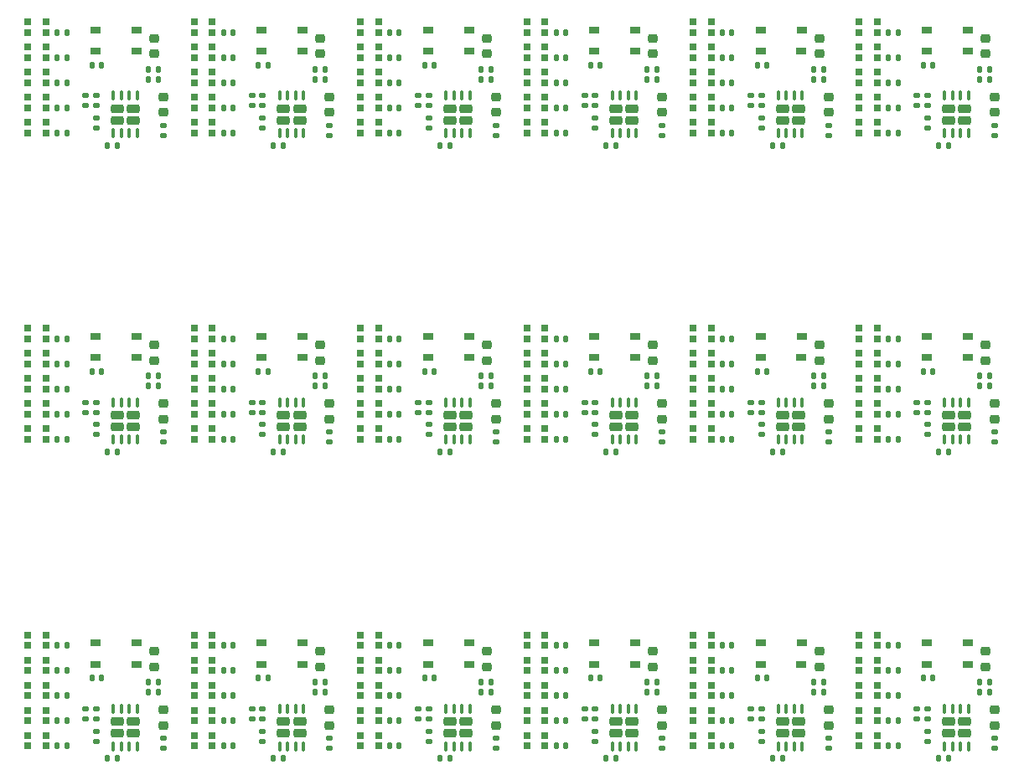
<source format=gtp>
G04 #@! TF.GenerationSoftware,KiCad,Pcbnew,6.0.11-2627ca5db0~126~ubuntu22.04.1*
G04 #@! TF.CreationDate,2023-04-06T22:24:34+02:00*
G04 #@! TF.ProjectId,panel,70616e65-6c2e-46b6-9963-61645f706362,rev?*
G04 #@! TF.SameCoordinates,Original*
G04 #@! TF.FileFunction,Paste,Top*
G04 #@! TF.FilePolarity,Positive*
%FSLAX46Y46*%
G04 Gerber Fmt 4.6, Leading zero omitted, Abs format (unit mm)*
G04 Created by KiCad (PCBNEW 6.0.11-2627ca5db0~126~ubuntu22.04.1) date 2023-04-06 22:24:34*
%MOMM*%
%LPD*%
G01*
G04 APERTURE LIST*
G04 Aperture macros list*
%AMRoundRect*
0 Rectangle with rounded corners*
0 $1 Rounding radius*
0 $2 $3 $4 $5 $6 $7 $8 $9 X,Y pos of 4 corners*
0 Add a 4 corners polygon primitive as box body*
4,1,4,$2,$3,$4,$5,$6,$7,$8,$9,$2,$3,0*
0 Add four circle primitives for the rounded corners*
1,1,$1+$1,$2,$3*
1,1,$1+$1,$4,$5*
1,1,$1+$1,$6,$7*
1,1,$1+$1,$8,$9*
0 Add four rect primitives between the rounded corners*
20,1,$1+$1,$2,$3,$4,$5,0*
20,1,$1+$1,$4,$5,$6,$7,0*
20,1,$1+$1,$6,$7,$8,$9,0*
20,1,$1+$1,$8,$9,$2,$3,0*%
G04 Aperture macros list end*
%ADD10RoundRect,0.225000X0.250000X-0.225000X0.250000X0.225000X-0.250000X0.225000X-0.250000X-0.225000X0*%
%ADD11R,1.050000X0.650000*%
%ADD12R,0.700000X0.700000*%
%ADD13RoundRect,0.135000X0.185000X-0.135000X0.185000X0.135000X-0.185000X0.135000X-0.185000X-0.135000X0*%
%ADD14RoundRect,0.218750X0.256250X-0.218750X0.256250X0.218750X-0.256250X0.218750X-0.256250X-0.218750X0*%
%ADD15RoundRect,0.140000X-0.140000X-0.170000X0.140000X-0.170000X0.140000X0.170000X-0.140000X0.170000X0*%
%ADD16RoundRect,0.232500X-0.422500X0.232500X-0.422500X-0.232500X0.422500X-0.232500X0.422500X0.232500X0*%
%ADD17RoundRect,0.087500X-0.087500X0.387500X-0.087500X-0.387500X0.087500X-0.387500X0.087500X0.387500X0*%
%ADD18RoundRect,0.135000X0.135000X0.185000X-0.135000X0.185000X-0.135000X-0.185000X0.135000X-0.185000X0*%
%ADD19RoundRect,0.140000X0.140000X0.170000X-0.140000X0.170000X-0.140000X-0.170000X0.140000X-0.170000X0*%
%ADD20RoundRect,0.135000X-0.135000X-0.185000X0.135000X-0.185000X0.135000X0.185000X-0.135000X0.185000X0*%
G04 APERTURE END LIST*
D10*
G04 #@! TO.C,C6*
X81020000Y-43740000D03*
X81020000Y-42190000D03*
G04 #@! TD*
D11*
G04 #@! TO.C,SW1*
X12045000Y-41315000D03*
X7895000Y-41315000D03*
X7895000Y-43465000D03*
X12020000Y-43465000D03*
G04 #@! TD*
D12*
G04 #@! TO.C,D5*
X1055000Y-9500000D03*
X1055000Y-10600000D03*
X2885000Y-10600000D03*
X2885000Y-9500000D03*
G04 #@! TD*
D13*
G04 #@! TO.C,R2*
X41580000Y-79990000D03*
X41580000Y-78970000D03*
G04 #@! TD*
D14*
G04 #@! TO.C,D6*
X14750000Y-80662500D03*
X14750000Y-79087500D03*
G04 #@! TD*
D15*
G04 #@! TO.C,C3*
X71220000Y-77680000D03*
X72180000Y-77680000D03*
G04 #@! TD*
D16*
G04 #@! TO.C,U1*
X26890000Y-81445000D03*
X28510000Y-81445000D03*
X26890000Y-80295000D03*
X28510000Y-80295000D03*
D17*
X28900000Y-78970000D03*
X28100000Y-78970000D03*
X27300000Y-78970000D03*
X26500000Y-78970000D03*
X26500000Y-82770000D03*
X27300000Y-82770000D03*
X28100000Y-82770000D03*
X28900000Y-82770000D03*
G04 #@! TD*
D12*
G04 #@! TO.C,D1*
X1055000Y-19660000D03*
X1055000Y-20760000D03*
X2885000Y-20760000D03*
X2885000Y-19660000D03*
G04 #@! TD*
D15*
G04 #@! TO.C,C1*
X37620000Y-51760000D03*
X38580000Y-51760000D03*
G04 #@! TD*
D12*
G04 #@! TO.C,D2*
X34655000Y-17120000D03*
X34655000Y-18220000D03*
X36485000Y-18220000D03*
X36485000Y-17120000D03*
G04 #@! TD*
G04 #@! TO.C,D4*
X1055000Y-74040000D03*
X1055000Y-75140000D03*
X2885000Y-75140000D03*
X2885000Y-74040000D03*
G04 #@! TD*
D13*
G04 #@! TO.C,R3*
X23700000Y-79990000D03*
X23700000Y-78970000D03*
G04 #@! TD*
D18*
G04 #@! TO.C,R4*
X81460000Y-45320000D03*
X80440000Y-45320000D03*
G04 #@! TD*
D19*
G04 #@! TO.C,C8*
X58900000Y-44860000D03*
X57940000Y-44860000D03*
G04 #@! TD*
D13*
G04 #@! TO.C,R6*
X14750000Y-51960000D03*
X14750000Y-50940000D03*
G04 #@! TD*
D12*
G04 #@! TO.C,D4*
X34655000Y-12040000D03*
X34655000Y-13140000D03*
X36485000Y-13140000D03*
X36485000Y-12040000D03*
G04 #@! TD*
D14*
G04 #@! TO.C,D6*
X65150000Y-49662500D03*
X65150000Y-48087500D03*
G04 #@! TD*
D10*
G04 #@! TO.C,C6*
X81020000Y-12740000D03*
X81020000Y-11190000D03*
G04 #@! TD*
D12*
G04 #@! TO.C,D1*
X68255000Y-19660000D03*
X68255000Y-20760000D03*
X70085000Y-20760000D03*
X70085000Y-19660000D03*
G04 #@! TD*
G04 #@! TO.C,D1*
X17855000Y-19660000D03*
X17855000Y-20760000D03*
X19685000Y-20760000D03*
X19685000Y-19660000D03*
G04 #@! TD*
D20*
G04 #@! TO.C,R1*
X59470000Y-21990000D03*
X60490000Y-21990000D03*
G04 #@! TD*
D15*
G04 #@! TO.C,C4*
X20820000Y-13140000D03*
X21780000Y-13140000D03*
G04 #@! TD*
G04 #@! TO.C,C4*
X37620000Y-44140000D03*
X38580000Y-44140000D03*
G04 #@! TD*
D13*
G04 #@! TO.C,R2*
X24780000Y-17990000D03*
X24780000Y-16970000D03*
G04 #@! TD*
D15*
G04 #@! TO.C,C3*
X4020000Y-15680000D03*
X4980000Y-15680000D03*
G04 #@! TD*
D13*
G04 #@! TO.C,R3*
X74100000Y-17990000D03*
X74100000Y-16970000D03*
G04 #@! TD*
D15*
G04 #@! TO.C,C1*
X71220000Y-51760000D03*
X72180000Y-51760000D03*
G04 #@! TD*
D20*
G04 #@! TO.C,R1*
X42670000Y-83990000D03*
X43690000Y-83990000D03*
G04 #@! TD*
D14*
G04 #@! TO.C,D6*
X65150000Y-18662500D03*
X65150000Y-17087500D03*
G04 #@! TD*
D15*
G04 #@! TO.C,C4*
X4020000Y-44140000D03*
X4980000Y-44140000D03*
G04 #@! TD*
D12*
G04 #@! TO.C,D5*
X68255000Y-71500000D03*
X68255000Y-72600000D03*
X70085000Y-72600000D03*
X70085000Y-71500000D03*
G04 #@! TD*
D15*
G04 #@! TO.C,C2*
X88020000Y-18220000D03*
X88980000Y-18220000D03*
G04 #@! TD*
G04 #@! TO.C,C2*
X71220000Y-49220000D03*
X72180000Y-49220000D03*
G04 #@! TD*
G04 #@! TO.C,C3*
X37620000Y-77680000D03*
X38580000Y-77680000D03*
G04 #@! TD*
D18*
G04 #@! TO.C,R4*
X31060000Y-14320000D03*
X30040000Y-14320000D03*
G04 #@! TD*
G04 #@! TO.C,R4*
X47860000Y-76320000D03*
X46840000Y-76320000D03*
G04 #@! TD*
D12*
G04 #@! TO.C,D2*
X68255000Y-48120000D03*
X68255000Y-49220000D03*
X70085000Y-49220000D03*
X70085000Y-48120000D03*
G04 #@! TD*
G04 #@! TO.C,D5*
X68255000Y-40500000D03*
X68255000Y-41600000D03*
X70085000Y-41600000D03*
X70085000Y-40500000D03*
G04 #@! TD*
G04 #@! TO.C,D5*
X68255000Y-9500000D03*
X68255000Y-10600000D03*
X70085000Y-10600000D03*
X70085000Y-9500000D03*
G04 #@! TD*
D11*
G04 #@! TO.C,SW1*
X12045000Y-72315000D03*
X7895000Y-72315000D03*
X7895000Y-74465000D03*
X12020000Y-74465000D03*
G04 #@! TD*
D13*
G04 #@! TO.C,R6*
X81950000Y-20960000D03*
X81950000Y-19940000D03*
G04 #@! TD*
D12*
G04 #@! TO.C,D3*
X1055000Y-14580000D03*
X1055000Y-15680000D03*
X2885000Y-15680000D03*
X2885000Y-14580000D03*
G04 #@! TD*
G04 #@! TO.C,D4*
X17855000Y-43040000D03*
X17855000Y-44140000D03*
X19685000Y-44140000D03*
X19685000Y-43040000D03*
G04 #@! TD*
D15*
G04 #@! TO.C,C2*
X54420000Y-49220000D03*
X55380000Y-49220000D03*
G04 #@! TD*
G04 #@! TO.C,C4*
X88020000Y-13140000D03*
X88980000Y-13140000D03*
G04 #@! TD*
D18*
G04 #@! TO.C,R5*
X64660000Y-46325000D03*
X63640000Y-46325000D03*
G04 #@! TD*
G04 #@! TO.C,R5*
X31060000Y-77325000D03*
X30040000Y-77325000D03*
G04 #@! TD*
D15*
G04 #@! TO.C,C4*
X71220000Y-75140000D03*
X72180000Y-75140000D03*
G04 #@! TD*
D10*
G04 #@! TO.C,C6*
X81020000Y-74740000D03*
X81020000Y-73190000D03*
G04 #@! TD*
D13*
G04 #@! TO.C,R7*
X58380000Y-51260000D03*
X58380000Y-50240000D03*
G04 #@! TD*
D11*
G04 #@! TO.C,SW1*
X91895000Y-41315000D03*
X96045000Y-41315000D03*
X96020000Y-43465000D03*
X91895000Y-43465000D03*
G04 #@! TD*
D12*
G04 #@! TO.C,D4*
X17855000Y-74040000D03*
X17855000Y-75140000D03*
X19685000Y-75140000D03*
X19685000Y-74040000D03*
G04 #@! TD*
G04 #@! TO.C,D4*
X85055000Y-43040000D03*
X85055000Y-44140000D03*
X86885000Y-44140000D03*
X86885000Y-43040000D03*
G04 #@! TD*
D13*
G04 #@! TO.C,R6*
X48350000Y-82960000D03*
X48350000Y-81940000D03*
G04 #@! TD*
G04 #@! TO.C,R6*
X31550000Y-20960000D03*
X31550000Y-19940000D03*
G04 #@! TD*
D15*
G04 #@! TO.C,C5*
X37620000Y-41600000D03*
X38580000Y-41600000D03*
G04 #@! TD*
D18*
G04 #@! TO.C,R5*
X14260000Y-77325000D03*
X13240000Y-77325000D03*
G04 #@! TD*
D15*
G04 #@! TO.C,C1*
X37620000Y-20760000D03*
X38580000Y-20760000D03*
G04 #@! TD*
D13*
G04 #@! TO.C,R7*
X41580000Y-20260000D03*
X41580000Y-19240000D03*
G04 #@! TD*
G04 #@! TO.C,R2*
X75180000Y-48990000D03*
X75180000Y-47970000D03*
G04 #@! TD*
D14*
G04 #@! TO.C,D6*
X14750000Y-49662500D03*
X14750000Y-48087500D03*
G04 #@! TD*
D13*
G04 #@! TO.C,R3*
X6900000Y-48990000D03*
X6900000Y-47970000D03*
G04 #@! TD*
D15*
G04 #@! TO.C,C3*
X37620000Y-46680000D03*
X38580000Y-46680000D03*
G04 #@! TD*
D11*
G04 #@! TO.C,SW1*
X62445000Y-41315000D03*
X58295000Y-41315000D03*
X58295000Y-43465000D03*
X62420000Y-43465000D03*
G04 #@! TD*
D13*
G04 #@! TO.C,R7*
X24780000Y-82260000D03*
X24780000Y-81240000D03*
G04 #@! TD*
D19*
G04 #@! TO.C,C8*
X58900000Y-75860000D03*
X57940000Y-75860000D03*
G04 #@! TD*
D13*
G04 #@! TO.C,R7*
X41580000Y-82260000D03*
X41580000Y-81240000D03*
G04 #@! TD*
D18*
G04 #@! TO.C,R5*
X31060000Y-15325000D03*
X30040000Y-15325000D03*
G04 #@! TD*
D12*
G04 #@! TO.C,D5*
X51455000Y-9500000D03*
X51455000Y-10600000D03*
X53285000Y-10600000D03*
X53285000Y-9500000D03*
G04 #@! TD*
D15*
G04 #@! TO.C,C5*
X20820000Y-72600000D03*
X21780000Y-72600000D03*
G04 #@! TD*
D14*
G04 #@! TO.C,D6*
X48350000Y-49662500D03*
X48350000Y-48087500D03*
G04 #@! TD*
D15*
G04 #@! TO.C,C1*
X54420000Y-20760000D03*
X55380000Y-20760000D03*
G04 #@! TD*
G04 #@! TO.C,C3*
X20820000Y-77680000D03*
X21780000Y-77680000D03*
G04 #@! TD*
D13*
G04 #@! TO.C,R6*
X81950000Y-82960000D03*
X81950000Y-81940000D03*
G04 #@! TD*
D12*
G04 #@! TO.C,D2*
X51455000Y-17120000D03*
X51455000Y-18220000D03*
X53285000Y-18220000D03*
X53285000Y-17120000D03*
G04 #@! TD*
D14*
G04 #@! TO.C,D6*
X31550000Y-49662500D03*
X31550000Y-48087500D03*
G04 #@! TD*
D18*
G04 #@! TO.C,R5*
X81460000Y-77325000D03*
X80440000Y-77325000D03*
G04 #@! TD*
D20*
G04 #@! TO.C,R1*
X42670000Y-52990000D03*
X43690000Y-52990000D03*
G04 #@! TD*
D13*
G04 #@! TO.C,R7*
X75180000Y-20260000D03*
X75180000Y-19240000D03*
G04 #@! TD*
D12*
G04 #@! TO.C,D4*
X68255000Y-12040000D03*
X68255000Y-13140000D03*
X70085000Y-13140000D03*
X70085000Y-12040000D03*
G04 #@! TD*
D15*
G04 #@! TO.C,C1*
X54420000Y-51760000D03*
X55380000Y-51760000D03*
G04 #@! TD*
D13*
G04 #@! TO.C,R7*
X24780000Y-51260000D03*
X24780000Y-50240000D03*
G04 #@! TD*
D12*
G04 #@! TO.C,D5*
X85055000Y-71500000D03*
X85055000Y-72600000D03*
X86885000Y-72600000D03*
X86885000Y-71500000D03*
G04 #@! TD*
G04 #@! TO.C,D3*
X68255000Y-14580000D03*
X68255000Y-15680000D03*
X70085000Y-15680000D03*
X70085000Y-14580000D03*
G04 #@! TD*
D13*
G04 #@! TO.C,R2*
X58380000Y-17990000D03*
X58380000Y-16970000D03*
G04 #@! TD*
D19*
G04 #@! TO.C,C8*
X25300000Y-13860000D03*
X24340000Y-13860000D03*
G04 #@! TD*
D12*
G04 #@! TO.C,D3*
X51455000Y-45580000D03*
X51455000Y-46680000D03*
X53285000Y-46680000D03*
X53285000Y-45580000D03*
G04 #@! TD*
D13*
G04 #@! TO.C,R3*
X57300000Y-79990000D03*
X57300000Y-78970000D03*
G04 #@! TD*
G04 #@! TO.C,R3*
X23700000Y-48990000D03*
X23700000Y-47970000D03*
G04 #@! TD*
G04 #@! TO.C,R7*
X58380000Y-82260000D03*
X58380000Y-81240000D03*
G04 #@! TD*
D18*
G04 #@! TO.C,R4*
X31060000Y-45320000D03*
X30040000Y-45320000D03*
G04 #@! TD*
D20*
G04 #@! TO.C,R1*
X93070000Y-52990000D03*
X94090000Y-52990000D03*
G04 #@! TD*
D15*
G04 #@! TO.C,C4*
X20820000Y-75140000D03*
X21780000Y-75140000D03*
G04 #@! TD*
D10*
G04 #@! TO.C,C6*
X13820000Y-74740000D03*
X13820000Y-73190000D03*
G04 #@! TD*
D12*
G04 #@! TO.C,D4*
X51455000Y-12040000D03*
X51455000Y-13140000D03*
X53285000Y-13140000D03*
X53285000Y-12040000D03*
G04 #@! TD*
D13*
G04 #@! TO.C,R3*
X74100000Y-48990000D03*
X74100000Y-47970000D03*
G04 #@! TD*
D18*
G04 #@! TO.C,R4*
X64660000Y-45320000D03*
X63640000Y-45320000D03*
G04 #@! TD*
D15*
G04 #@! TO.C,C2*
X20820000Y-80220000D03*
X21780000Y-80220000D03*
G04 #@! TD*
D13*
G04 #@! TO.C,R2*
X75180000Y-79990000D03*
X75180000Y-78970000D03*
G04 #@! TD*
D12*
G04 #@! TO.C,D3*
X17855000Y-14580000D03*
X17855000Y-15680000D03*
X19685000Y-15680000D03*
X19685000Y-14580000D03*
G04 #@! TD*
G04 #@! TO.C,D3*
X51455000Y-14580000D03*
X51455000Y-15680000D03*
X53285000Y-15680000D03*
X53285000Y-14580000D03*
G04 #@! TD*
D15*
G04 #@! TO.C,C2*
X71220000Y-18220000D03*
X72180000Y-18220000D03*
G04 #@! TD*
D18*
G04 #@! TO.C,R5*
X64660000Y-77325000D03*
X63640000Y-77325000D03*
G04 #@! TD*
D15*
G04 #@! TO.C,C5*
X71220000Y-72600000D03*
X72180000Y-72600000D03*
G04 #@! TD*
D12*
G04 #@! TO.C,D2*
X51455000Y-79120000D03*
X51455000Y-80220000D03*
X53285000Y-80220000D03*
X53285000Y-79120000D03*
G04 #@! TD*
D10*
G04 #@! TO.C,C6*
X97820000Y-74740000D03*
X97820000Y-73190000D03*
G04 #@! TD*
D15*
G04 #@! TO.C,C5*
X4020000Y-41600000D03*
X4980000Y-41600000D03*
G04 #@! TD*
D12*
G04 #@! TO.C,D3*
X68255000Y-45580000D03*
X68255000Y-46680000D03*
X70085000Y-46680000D03*
X70085000Y-45580000D03*
G04 #@! TD*
D16*
G04 #@! TO.C,U1*
X45310000Y-50445000D03*
X43690000Y-50445000D03*
X43690000Y-49295000D03*
X45310000Y-49295000D03*
D17*
X45700000Y-47970000D03*
X44900000Y-47970000D03*
X44100000Y-47970000D03*
X43300000Y-47970000D03*
X43300000Y-51770000D03*
X44100000Y-51770000D03*
X44900000Y-51770000D03*
X45700000Y-51770000D03*
G04 #@! TD*
D15*
G04 #@! TO.C,C1*
X88020000Y-82760000D03*
X88980000Y-82760000D03*
G04 #@! TD*
G04 #@! TO.C,C1*
X88020000Y-51760000D03*
X88980000Y-51760000D03*
G04 #@! TD*
D18*
G04 #@! TO.C,R4*
X64660000Y-14320000D03*
X63640000Y-14320000D03*
G04 #@! TD*
D20*
G04 #@! TO.C,R1*
X9070000Y-21990000D03*
X10090000Y-21990000D03*
G04 #@! TD*
D15*
G04 #@! TO.C,C2*
X54420000Y-80220000D03*
X55380000Y-80220000D03*
G04 #@! TD*
G04 #@! TO.C,C5*
X4020000Y-72600000D03*
X4980000Y-72600000D03*
G04 #@! TD*
D12*
G04 #@! TO.C,D3*
X34655000Y-14580000D03*
X34655000Y-15680000D03*
X36485000Y-15680000D03*
X36485000Y-14580000D03*
G04 #@! TD*
D11*
G04 #@! TO.C,SW1*
X45645000Y-72315000D03*
X41495000Y-72315000D03*
X41495000Y-74465000D03*
X45620000Y-74465000D03*
G04 #@! TD*
D12*
G04 #@! TO.C,D1*
X68255000Y-50660000D03*
X68255000Y-51760000D03*
X70085000Y-51760000D03*
X70085000Y-50660000D03*
G04 #@! TD*
D15*
G04 #@! TO.C,C4*
X4020000Y-13140000D03*
X4980000Y-13140000D03*
G04 #@! TD*
D20*
G04 #@! TO.C,R1*
X42670000Y-21990000D03*
X43690000Y-21990000D03*
G04 #@! TD*
D15*
G04 #@! TO.C,C4*
X20820000Y-44140000D03*
X21780000Y-44140000D03*
G04 #@! TD*
D18*
G04 #@! TO.C,R4*
X98260000Y-14320000D03*
X97240000Y-14320000D03*
G04 #@! TD*
D12*
G04 #@! TO.C,D4*
X68255000Y-74040000D03*
X68255000Y-75140000D03*
X70085000Y-75140000D03*
X70085000Y-74040000D03*
G04 #@! TD*
D11*
G04 #@! TO.C,SW1*
X96045000Y-72315000D03*
X91895000Y-72315000D03*
X96020000Y-74465000D03*
X91895000Y-74465000D03*
G04 #@! TD*
D15*
G04 #@! TO.C,C4*
X37620000Y-75140000D03*
X38580000Y-75140000D03*
G04 #@! TD*
G04 #@! TO.C,C4*
X54420000Y-13140000D03*
X55380000Y-13140000D03*
G04 #@! TD*
D14*
G04 #@! TO.C,D6*
X81950000Y-80662500D03*
X81950000Y-79087500D03*
G04 #@! TD*
D19*
G04 #@! TO.C,C8*
X25300000Y-75860000D03*
X24340000Y-75860000D03*
G04 #@! TD*
D10*
G04 #@! TO.C,C6*
X30620000Y-74740000D03*
X30620000Y-73190000D03*
G04 #@! TD*
D11*
G04 #@! TO.C,SW1*
X96045000Y-10315000D03*
X91895000Y-10315000D03*
X91895000Y-12465000D03*
X96020000Y-12465000D03*
G04 #@! TD*
D18*
G04 #@! TO.C,R4*
X14260000Y-14320000D03*
X13240000Y-14320000D03*
G04 #@! TD*
D12*
G04 #@! TO.C,D3*
X34655000Y-76580000D03*
X34655000Y-77680000D03*
X36485000Y-77680000D03*
X36485000Y-76580000D03*
G04 #@! TD*
D16*
G04 #@! TO.C,U1*
X10090000Y-81445000D03*
X10090000Y-80295000D03*
X11710000Y-80295000D03*
X11710000Y-81445000D03*
D17*
X12100000Y-78970000D03*
X11300000Y-78970000D03*
X10500000Y-78970000D03*
X9700000Y-78970000D03*
X9700000Y-82770000D03*
X10500000Y-82770000D03*
X11300000Y-82770000D03*
X12100000Y-82770000D03*
G04 #@! TD*
D12*
G04 #@! TO.C,D5*
X34655000Y-40500000D03*
X34655000Y-41600000D03*
X36485000Y-41600000D03*
X36485000Y-40500000D03*
G04 #@! TD*
D13*
G04 #@! TO.C,R3*
X23700000Y-17990000D03*
X23700000Y-16970000D03*
G04 #@! TD*
G04 #@! TO.C,R6*
X98750000Y-20960000D03*
X98750000Y-19940000D03*
G04 #@! TD*
D20*
G04 #@! TO.C,R1*
X76270000Y-21990000D03*
X77290000Y-21990000D03*
G04 #@! TD*
D18*
G04 #@! TO.C,R4*
X14260000Y-45320000D03*
X13240000Y-45320000D03*
G04 #@! TD*
D13*
G04 #@! TO.C,R2*
X91980000Y-79990000D03*
X91980000Y-78970000D03*
G04 #@! TD*
D12*
G04 #@! TO.C,D3*
X85055000Y-14580000D03*
X85055000Y-15680000D03*
X86885000Y-15680000D03*
X86885000Y-14580000D03*
G04 #@! TD*
D15*
G04 #@! TO.C,C2*
X88020000Y-49220000D03*
X88980000Y-49220000D03*
G04 #@! TD*
D12*
G04 #@! TO.C,D3*
X17855000Y-45580000D03*
X17855000Y-46680000D03*
X19685000Y-46680000D03*
X19685000Y-45580000D03*
G04 #@! TD*
D16*
G04 #@! TO.C,U1*
X62110000Y-81445000D03*
X60490000Y-80295000D03*
X60490000Y-81445000D03*
X62110000Y-80295000D03*
D17*
X62500000Y-78970000D03*
X61700000Y-78970000D03*
X60900000Y-78970000D03*
X60100000Y-78970000D03*
X60100000Y-82770000D03*
X60900000Y-82770000D03*
X61700000Y-82770000D03*
X62500000Y-82770000D03*
G04 #@! TD*
D11*
G04 #@! TO.C,SW1*
X79245000Y-41315000D03*
X75095000Y-41315000D03*
X75095000Y-43465000D03*
X79220000Y-43465000D03*
G04 #@! TD*
D13*
G04 #@! TO.C,R6*
X98750000Y-82960000D03*
X98750000Y-81940000D03*
G04 #@! TD*
D10*
G04 #@! TO.C,C6*
X64220000Y-43740000D03*
X64220000Y-42190000D03*
G04 #@! TD*
G04 #@! TO.C,C6*
X97820000Y-43740000D03*
X97820000Y-42190000D03*
G04 #@! TD*
D15*
G04 #@! TO.C,C3*
X54420000Y-77680000D03*
X55380000Y-77680000D03*
G04 #@! TD*
D13*
G04 #@! TO.C,R6*
X14750000Y-82960000D03*
X14750000Y-81940000D03*
G04 #@! TD*
D19*
G04 #@! TO.C,C8*
X25300000Y-44860000D03*
X24340000Y-44860000D03*
G04 #@! TD*
D12*
G04 #@! TO.C,D1*
X85055000Y-81660000D03*
X85055000Y-82760000D03*
X86885000Y-82760000D03*
X86885000Y-81660000D03*
G04 #@! TD*
D15*
G04 #@! TO.C,C1*
X20820000Y-51760000D03*
X21780000Y-51760000D03*
G04 #@! TD*
G04 #@! TO.C,C2*
X20820000Y-49220000D03*
X21780000Y-49220000D03*
G04 #@! TD*
G04 #@! TO.C,C3*
X71220000Y-15680000D03*
X72180000Y-15680000D03*
G04 #@! TD*
D13*
G04 #@! TO.C,R3*
X90900000Y-17990000D03*
X90900000Y-16970000D03*
G04 #@! TD*
G04 #@! TO.C,R7*
X75180000Y-51260000D03*
X75180000Y-50240000D03*
G04 #@! TD*
D12*
G04 #@! TO.C,D3*
X85055000Y-45580000D03*
X85055000Y-46680000D03*
X86885000Y-46680000D03*
X86885000Y-45580000D03*
G04 #@! TD*
D13*
G04 #@! TO.C,R6*
X65150000Y-82960000D03*
X65150000Y-81940000D03*
G04 #@! TD*
G04 #@! TO.C,R2*
X58380000Y-48990000D03*
X58380000Y-47970000D03*
G04 #@! TD*
D15*
G04 #@! TO.C,C3*
X4020000Y-77680000D03*
X4980000Y-77680000D03*
G04 #@! TD*
D10*
G04 #@! TO.C,C6*
X30620000Y-43740000D03*
X30620000Y-42190000D03*
G04 #@! TD*
D13*
G04 #@! TO.C,R3*
X40500000Y-79990000D03*
X40500000Y-78970000D03*
G04 #@! TD*
D12*
G04 #@! TO.C,D2*
X17855000Y-17120000D03*
X17855000Y-18220000D03*
X19685000Y-18220000D03*
X19685000Y-17120000D03*
G04 #@! TD*
D19*
G04 #@! TO.C,C8*
X75700000Y-75860000D03*
X74740000Y-75860000D03*
G04 #@! TD*
D15*
G04 #@! TO.C,C2*
X37620000Y-80220000D03*
X38580000Y-80220000D03*
G04 #@! TD*
D18*
G04 #@! TO.C,R4*
X98260000Y-45320000D03*
X97240000Y-45320000D03*
G04 #@! TD*
D16*
G04 #@! TO.C,U1*
X11710000Y-50445000D03*
X10090000Y-49295000D03*
X10090000Y-50445000D03*
X11710000Y-49295000D03*
D17*
X12100000Y-47970000D03*
X11300000Y-47970000D03*
X10500000Y-47970000D03*
X9700000Y-47970000D03*
X9700000Y-51770000D03*
X10500000Y-51770000D03*
X11300000Y-51770000D03*
X12100000Y-51770000D03*
G04 #@! TD*
D10*
G04 #@! TO.C,C6*
X47420000Y-74740000D03*
X47420000Y-73190000D03*
G04 #@! TD*
D15*
G04 #@! TO.C,C4*
X37620000Y-13140000D03*
X38580000Y-13140000D03*
G04 #@! TD*
G04 #@! TO.C,C4*
X54420000Y-75140000D03*
X55380000Y-75140000D03*
G04 #@! TD*
G04 #@! TO.C,C3*
X54420000Y-15680000D03*
X55380000Y-15680000D03*
G04 #@! TD*
G04 #@! TO.C,C1*
X20820000Y-20760000D03*
X21780000Y-20760000D03*
G04 #@! TD*
D16*
G04 #@! TO.C,U1*
X77290000Y-50445000D03*
X78910000Y-50445000D03*
X78910000Y-49295000D03*
X77290000Y-49295000D03*
D17*
X79300000Y-47970000D03*
X78500000Y-47970000D03*
X77700000Y-47970000D03*
X76900000Y-47970000D03*
X76900000Y-51770000D03*
X77700000Y-51770000D03*
X78500000Y-51770000D03*
X79300000Y-51770000D03*
G04 #@! TD*
D12*
G04 #@! TO.C,D1*
X85055000Y-19660000D03*
X85055000Y-20760000D03*
X86885000Y-20760000D03*
X86885000Y-19660000D03*
G04 #@! TD*
D13*
G04 #@! TO.C,R7*
X91980000Y-82260000D03*
X91980000Y-81240000D03*
G04 #@! TD*
D12*
G04 #@! TO.C,D4*
X85055000Y-12040000D03*
X85055000Y-13140000D03*
X86885000Y-13140000D03*
X86885000Y-12040000D03*
G04 #@! TD*
D18*
G04 #@! TO.C,R5*
X14260000Y-15325000D03*
X13240000Y-15325000D03*
G04 #@! TD*
D19*
G04 #@! TO.C,C8*
X8500000Y-75860000D03*
X7540000Y-75860000D03*
G04 #@! TD*
D12*
G04 #@! TO.C,D5*
X1055000Y-40500000D03*
X1055000Y-41600000D03*
X2885000Y-41600000D03*
X2885000Y-40500000D03*
G04 #@! TD*
G04 #@! TO.C,D2*
X85055000Y-17120000D03*
X85055000Y-18220000D03*
X86885000Y-18220000D03*
X86885000Y-17120000D03*
G04 #@! TD*
D15*
G04 #@! TO.C,C1*
X20820000Y-82760000D03*
X21780000Y-82760000D03*
G04 #@! TD*
D13*
G04 #@! TO.C,R3*
X57300000Y-17990000D03*
X57300000Y-16970000D03*
G04 #@! TD*
D19*
G04 #@! TO.C,C8*
X42100000Y-13860000D03*
X41140000Y-13860000D03*
G04 #@! TD*
D15*
G04 #@! TO.C,C1*
X4020000Y-51760000D03*
X4980000Y-51760000D03*
G04 #@! TD*
D18*
G04 #@! TO.C,R5*
X81460000Y-15325000D03*
X80440000Y-15325000D03*
G04 #@! TD*
D10*
G04 #@! TO.C,C6*
X47420000Y-43740000D03*
X47420000Y-42190000D03*
G04 #@! TD*
D14*
G04 #@! TO.C,D6*
X81950000Y-49662500D03*
X81950000Y-48087500D03*
G04 #@! TD*
G04 #@! TO.C,D6*
X98750000Y-49662500D03*
X98750000Y-48087500D03*
G04 #@! TD*
D19*
G04 #@! TO.C,C8*
X75700000Y-13860000D03*
X74740000Y-13860000D03*
G04 #@! TD*
D12*
G04 #@! TO.C,D4*
X68255000Y-43040000D03*
X68255000Y-44140000D03*
X70085000Y-44140000D03*
X70085000Y-43040000D03*
G04 #@! TD*
G04 #@! TO.C,D5*
X85055000Y-9500000D03*
X85055000Y-10600000D03*
X86885000Y-10600000D03*
X86885000Y-9500000D03*
G04 #@! TD*
D13*
G04 #@! TO.C,R2*
X24780000Y-79990000D03*
X24780000Y-78970000D03*
G04 #@! TD*
G04 #@! TO.C,R7*
X58380000Y-20260000D03*
X58380000Y-19240000D03*
G04 #@! TD*
D15*
G04 #@! TO.C,C5*
X54420000Y-41600000D03*
X55380000Y-41600000D03*
G04 #@! TD*
D13*
G04 #@! TO.C,R7*
X91980000Y-20260000D03*
X91980000Y-19240000D03*
G04 #@! TD*
G04 #@! TO.C,R2*
X7980000Y-48990000D03*
X7980000Y-47970000D03*
G04 #@! TD*
G04 #@! TO.C,R6*
X65150000Y-20960000D03*
X65150000Y-19940000D03*
G04 #@! TD*
D10*
G04 #@! TO.C,C6*
X64220000Y-12740000D03*
X64220000Y-11190000D03*
G04 #@! TD*
D12*
G04 #@! TO.C,D2*
X34655000Y-48120000D03*
X34655000Y-49220000D03*
X36485000Y-49220000D03*
X36485000Y-48120000D03*
G04 #@! TD*
D15*
G04 #@! TO.C,C5*
X54420000Y-10600000D03*
X55380000Y-10600000D03*
G04 #@! TD*
D13*
G04 #@! TO.C,R2*
X91980000Y-48990000D03*
X91980000Y-47970000D03*
G04 #@! TD*
G04 #@! TO.C,R6*
X48350000Y-20960000D03*
X48350000Y-19940000D03*
G04 #@! TD*
D12*
G04 #@! TO.C,D4*
X51455000Y-43040000D03*
X51455000Y-44140000D03*
X53285000Y-44140000D03*
X53285000Y-43040000D03*
G04 #@! TD*
D14*
G04 #@! TO.C,D6*
X65150000Y-80662500D03*
X65150000Y-79087500D03*
G04 #@! TD*
D16*
G04 #@! TO.C,U1*
X45310000Y-19445000D03*
X43690000Y-19445000D03*
X45310000Y-18295000D03*
X43690000Y-18295000D03*
D17*
X45700000Y-16970000D03*
X44900000Y-16970000D03*
X44100000Y-16970000D03*
X43300000Y-16970000D03*
X43300000Y-20770000D03*
X44100000Y-20770000D03*
X44900000Y-20770000D03*
X45700000Y-20770000D03*
G04 #@! TD*
D15*
G04 #@! TO.C,C5*
X71220000Y-41600000D03*
X72180000Y-41600000D03*
G04 #@! TD*
D11*
G04 #@! TO.C,SW1*
X41495000Y-41315000D03*
X45645000Y-41315000D03*
X45620000Y-43465000D03*
X41495000Y-43465000D03*
G04 #@! TD*
D15*
G04 #@! TO.C,C5*
X71220000Y-10600000D03*
X72180000Y-10600000D03*
G04 #@! TD*
G04 #@! TO.C,C4*
X71220000Y-44140000D03*
X72180000Y-44140000D03*
G04 #@! TD*
D13*
G04 #@! TO.C,R2*
X7980000Y-79990000D03*
X7980000Y-78970000D03*
G04 #@! TD*
D12*
G04 #@! TO.C,D5*
X51455000Y-40500000D03*
X51455000Y-41600000D03*
X53285000Y-41600000D03*
X53285000Y-40500000D03*
G04 #@! TD*
D20*
G04 #@! TO.C,R1*
X25870000Y-21990000D03*
X26890000Y-21990000D03*
G04 #@! TD*
D13*
G04 #@! TO.C,R3*
X40500000Y-48990000D03*
X40500000Y-47970000D03*
G04 #@! TD*
D15*
G04 #@! TO.C,C5*
X37620000Y-10600000D03*
X38580000Y-10600000D03*
G04 #@! TD*
G04 #@! TO.C,C5*
X37620000Y-72600000D03*
X38580000Y-72600000D03*
G04 #@! TD*
G04 #@! TO.C,C2*
X4020000Y-80220000D03*
X4980000Y-80220000D03*
G04 #@! TD*
D13*
G04 #@! TO.C,R7*
X24780000Y-20260000D03*
X24780000Y-19240000D03*
G04 #@! TD*
D12*
G04 #@! TO.C,D3*
X34655000Y-45580000D03*
X34655000Y-46680000D03*
X36485000Y-46680000D03*
X36485000Y-45580000D03*
G04 #@! TD*
D15*
G04 #@! TO.C,C2*
X37620000Y-18220000D03*
X38580000Y-18220000D03*
G04 #@! TD*
D12*
G04 #@! TO.C,D1*
X51455000Y-81660000D03*
X51455000Y-82760000D03*
X53285000Y-82760000D03*
X53285000Y-81660000D03*
G04 #@! TD*
G04 #@! TO.C,D5*
X17855000Y-71500000D03*
X17855000Y-72600000D03*
X19685000Y-72600000D03*
X19685000Y-71500000D03*
G04 #@! TD*
G04 #@! TO.C,D3*
X85055000Y-76580000D03*
X85055000Y-77680000D03*
X86885000Y-77680000D03*
X86885000Y-76580000D03*
G04 #@! TD*
G04 #@! TO.C,D3*
X1055000Y-76580000D03*
X1055000Y-77680000D03*
X2885000Y-77680000D03*
X2885000Y-76580000D03*
G04 #@! TD*
D11*
G04 #@! TO.C,SW1*
X28845000Y-41315000D03*
X24695000Y-41315000D03*
X28820000Y-43465000D03*
X24695000Y-43465000D03*
G04 #@! TD*
D20*
G04 #@! TO.C,R1*
X25870000Y-83990000D03*
X26890000Y-83990000D03*
G04 #@! TD*
D11*
G04 #@! TO.C,SW1*
X75095000Y-10315000D03*
X79245000Y-10315000D03*
X79220000Y-12465000D03*
X75095000Y-12465000D03*
G04 #@! TD*
D12*
G04 #@! TO.C,D4*
X1055000Y-43040000D03*
X1055000Y-44140000D03*
X2885000Y-44140000D03*
X2885000Y-43040000D03*
G04 #@! TD*
D16*
G04 #@! TO.C,U1*
X94090000Y-18295000D03*
X95710000Y-18295000D03*
X95710000Y-19445000D03*
X94090000Y-19445000D03*
D17*
X96100000Y-16970000D03*
X95300000Y-16970000D03*
X94500000Y-16970000D03*
X93700000Y-16970000D03*
X93700000Y-20770000D03*
X94500000Y-20770000D03*
X95300000Y-20770000D03*
X96100000Y-20770000D03*
G04 #@! TD*
D15*
G04 #@! TO.C,C5*
X88020000Y-10600000D03*
X88980000Y-10600000D03*
G04 #@! TD*
D18*
G04 #@! TO.C,R4*
X47860000Y-14320000D03*
X46840000Y-14320000D03*
G04 #@! TD*
D14*
G04 #@! TO.C,D6*
X98750000Y-80662500D03*
X98750000Y-79087500D03*
G04 #@! TD*
D11*
G04 #@! TO.C,SW1*
X12045000Y-10315000D03*
X7895000Y-10315000D03*
X12020000Y-12465000D03*
X7895000Y-12465000D03*
G04 #@! TD*
D15*
G04 #@! TO.C,C1*
X37620000Y-82760000D03*
X38580000Y-82760000D03*
G04 #@! TD*
D12*
G04 #@! TO.C,D1*
X51455000Y-50660000D03*
X51455000Y-51760000D03*
X53285000Y-51760000D03*
X53285000Y-50660000D03*
G04 #@! TD*
D16*
G04 #@! TO.C,U1*
X26890000Y-49295000D03*
X28510000Y-50445000D03*
X28510000Y-49295000D03*
X26890000Y-50445000D03*
D17*
X28900000Y-47970000D03*
X28100000Y-47970000D03*
X27300000Y-47970000D03*
X26500000Y-47970000D03*
X26500000Y-51770000D03*
X27300000Y-51770000D03*
X28100000Y-51770000D03*
X28900000Y-51770000D03*
G04 #@! TD*
D12*
G04 #@! TO.C,D1*
X34655000Y-81660000D03*
X34655000Y-82760000D03*
X36485000Y-82760000D03*
X36485000Y-81660000D03*
G04 #@! TD*
D15*
G04 #@! TO.C,C1*
X88020000Y-20760000D03*
X88980000Y-20760000D03*
G04 #@! TD*
D18*
G04 #@! TO.C,R5*
X47860000Y-46325000D03*
X46840000Y-46325000D03*
G04 #@! TD*
D16*
G04 #@! TO.C,U1*
X95710000Y-81445000D03*
X94090000Y-80295000D03*
X95710000Y-80295000D03*
X94090000Y-81445000D03*
D17*
X96100000Y-78970000D03*
X95300000Y-78970000D03*
X94500000Y-78970000D03*
X93700000Y-78970000D03*
X93700000Y-82770000D03*
X94500000Y-82770000D03*
X95300000Y-82770000D03*
X96100000Y-82770000D03*
G04 #@! TD*
D18*
G04 #@! TO.C,R5*
X31060000Y-46325000D03*
X30040000Y-46325000D03*
G04 #@! TD*
D20*
G04 #@! TO.C,R1*
X9070000Y-83990000D03*
X10090000Y-83990000D03*
G04 #@! TD*
D19*
G04 #@! TO.C,C8*
X92500000Y-75860000D03*
X91540000Y-75860000D03*
G04 #@! TD*
G04 #@! TO.C,C8*
X92500000Y-13860000D03*
X91540000Y-13860000D03*
G04 #@! TD*
D12*
G04 #@! TO.C,D2*
X1055000Y-79120000D03*
X1055000Y-80220000D03*
X2885000Y-80220000D03*
X2885000Y-79120000D03*
G04 #@! TD*
D13*
G04 #@! TO.C,R3*
X6900000Y-17990000D03*
X6900000Y-16970000D03*
G04 #@! TD*
D15*
G04 #@! TO.C,C4*
X71220000Y-13140000D03*
X72180000Y-13140000D03*
G04 #@! TD*
D13*
G04 #@! TO.C,R2*
X24780000Y-48990000D03*
X24780000Y-47970000D03*
G04 #@! TD*
G04 #@! TO.C,R7*
X75180000Y-82260000D03*
X75180000Y-81240000D03*
G04 #@! TD*
D11*
G04 #@! TO.C,SW1*
X58295000Y-72315000D03*
X62445000Y-72315000D03*
X62420000Y-74465000D03*
X58295000Y-74465000D03*
G04 #@! TD*
D18*
G04 #@! TO.C,R4*
X81460000Y-14320000D03*
X80440000Y-14320000D03*
G04 #@! TD*
D20*
G04 #@! TO.C,R1*
X59470000Y-52990000D03*
X60490000Y-52990000D03*
G04 #@! TD*
G04 #@! TO.C,R1*
X93070000Y-83990000D03*
X94090000Y-83990000D03*
G04 #@! TD*
D12*
G04 #@! TO.C,D2*
X34655000Y-79120000D03*
X34655000Y-80220000D03*
X36485000Y-80220000D03*
X36485000Y-79120000D03*
G04 #@! TD*
D13*
G04 #@! TO.C,R6*
X31550000Y-82960000D03*
X31550000Y-81940000D03*
G04 #@! TD*
D15*
G04 #@! TO.C,C2*
X20820000Y-18220000D03*
X21780000Y-18220000D03*
G04 #@! TD*
D11*
G04 #@! TO.C,SW1*
X62445000Y-10315000D03*
X58295000Y-10315000D03*
X62420000Y-12465000D03*
X58295000Y-12465000D03*
G04 #@! TD*
D15*
G04 #@! TO.C,C1*
X4020000Y-82760000D03*
X4980000Y-82760000D03*
G04 #@! TD*
G04 #@! TO.C,C5*
X54420000Y-72600000D03*
X55380000Y-72600000D03*
G04 #@! TD*
D11*
G04 #@! TO.C,SW1*
X45645000Y-10315000D03*
X41495000Y-10315000D03*
X41495000Y-12465000D03*
X45620000Y-12465000D03*
G04 #@! TD*
D19*
G04 #@! TO.C,C8*
X8500000Y-13860000D03*
X7540000Y-13860000D03*
G04 #@! TD*
D12*
G04 #@! TO.C,D3*
X51455000Y-76580000D03*
X51455000Y-77680000D03*
X53285000Y-77680000D03*
X53285000Y-76580000D03*
G04 #@! TD*
D13*
G04 #@! TO.C,R7*
X7980000Y-20260000D03*
X7980000Y-19240000D03*
G04 #@! TD*
D20*
G04 #@! TO.C,R1*
X25870000Y-52990000D03*
X26890000Y-52990000D03*
G04 #@! TD*
D14*
G04 #@! TO.C,D6*
X48350000Y-80662500D03*
X48350000Y-79087500D03*
G04 #@! TD*
D19*
G04 #@! TO.C,C8*
X92500000Y-44860000D03*
X91540000Y-44860000D03*
G04 #@! TD*
D10*
G04 #@! TO.C,C6*
X13820000Y-12740000D03*
X13820000Y-11190000D03*
G04 #@! TD*
D12*
G04 #@! TO.C,D4*
X34655000Y-74040000D03*
X34655000Y-75140000D03*
X36485000Y-75140000D03*
X36485000Y-74040000D03*
G04 #@! TD*
D18*
G04 #@! TO.C,R5*
X81460000Y-46325000D03*
X80440000Y-46325000D03*
G04 #@! TD*
D12*
G04 #@! TO.C,D5*
X85055000Y-40500000D03*
X85055000Y-41600000D03*
X86885000Y-41600000D03*
X86885000Y-40500000D03*
G04 #@! TD*
D20*
G04 #@! TO.C,R1*
X76270000Y-83990000D03*
X77290000Y-83990000D03*
G04 #@! TD*
D18*
G04 #@! TO.C,R4*
X81460000Y-76320000D03*
X80440000Y-76320000D03*
G04 #@! TD*
D13*
G04 #@! TO.C,R7*
X7980000Y-82260000D03*
X7980000Y-81240000D03*
G04 #@! TD*
D18*
G04 #@! TO.C,R5*
X98260000Y-77325000D03*
X97240000Y-77325000D03*
G04 #@! TD*
D10*
G04 #@! TO.C,C6*
X13820000Y-43740000D03*
X13820000Y-42190000D03*
G04 #@! TD*
D15*
G04 #@! TO.C,C2*
X54420000Y-18220000D03*
X55380000Y-18220000D03*
G04 #@! TD*
D16*
G04 #@! TO.C,U1*
X77290000Y-19445000D03*
X77290000Y-18295000D03*
X78910000Y-19445000D03*
X78910000Y-18295000D03*
D17*
X79300000Y-16970000D03*
X78500000Y-16970000D03*
X77700000Y-16970000D03*
X76900000Y-16970000D03*
X76900000Y-20770000D03*
X77700000Y-20770000D03*
X78500000Y-20770000D03*
X79300000Y-20770000D03*
G04 #@! TD*
D15*
G04 #@! TO.C,C1*
X4020000Y-20760000D03*
X4980000Y-20760000D03*
G04 #@! TD*
G04 #@! TO.C,C5*
X88020000Y-41600000D03*
X88980000Y-41600000D03*
G04 #@! TD*
G04 #@! TO.C,C2*
X71220000Y-80220000D03*
X72180000Y-80220000D03*
G04 #@! TD*
D14*
G04 #@! TO.C,D6*
X48350000Y-18662500D03*
X48350000Y-17087500D03*
G04 #@! TD*
D12*
G04 #@! TO.C,D2*
X17855000Y-79120000D03*
X17855000Y-80220000D03*
X19685000Y-80220000D03*
X19685000Y-79120000D03*
G04 #@! TD*
D13*
G04 #@! TO.C,R6*
X31550000Y-51960000D03*
X31550000Y-50940000D03*
G04 #@! TD*
G04 #@! TO.C,R7*
X7980000Y-51260000D03*
X7980000Y-50240000D03*
G04 #@! TD*
D12*
G04 #@! TO.C,D1*
X51455000Y-19660000D03*
X51455000Y-20760000D03*
X53285000Y-20760000D03*
X53285000Y-19660000D03*
G04 #@! TD*
G04 #@! TO.C,D5*
X17855000Y-9500000D03*
X17855000Y-10600000D03*
X19685000Y-10600000D03*
X19685000Y-9500000D03*
G04 #@! TD*
D13*
G04 #@! TO.C,R7*
X91980000Y-51260000D03*
X91980000Y-50240000D03*
G04 #@! TD*
D12*
G04 #@! TO.C,D1*
X34655000Y-50660000D03*
X34655000Y-51760000D03*
X36485000Y-51760000D03*
X36485000Y-50660000D03*
G04 #@! TD*
D18*
G04 #@! TO.C,R4*
X47860000Y-45320000D03*
X46840000Y-45320000D03*
G04 #@! TD*
G04 #@! TO.C,R5*
X98260000Y-46325000D03*
X97240000Y-46325000D03*
G04 #@! TD*
D12*
G04 #@! TO.C,D2*
X68255000Y-17120000D03*
X68255000Y-18220000D03*
X70085000Y-18220000D03*
X70085000Y-17120000D03*
G04 #@! TD*
D13*
G04 #@! TO.C,R6*
X65150000Y-51960000D03*
X65150000Y-50940000D03*
G04 #@! TD*
D11*
G04 #@! TO.C,SW1*
X24695000Y-10315000D03*
X28845000Y-10315000D03*
X24695000Y-12465000D03*
X28820000Y-12465000D03*
G04 #@! TD*
D18*
G04 #@! TO.C,R4*
X31060000Y-76320000D03*
X30040000Y-76320000D03*
G04 #@! TD*
D12*
G04 #@! TO.C,D4*
X1055000Y-12040000D03*
X1055000Y-13140000D03*
X2885000Y-13140000D03*
X2885000Y-12040000D03*
G04 #@! TD*
D15*
G04 #@! TO.C,C2*
X4020000Y-49220000D03*
X4980000Y-49220000D03*
G04 #@! TD*
D13*
G04 #@! TO.C,R2*
X75180000Y-17990000D03*
X75180000Y-16970000D03*
G04 #@! TD*
G04 #@! TO.C,R3*
X90900000Y-79990000D03*
X90900000Y-78970000D03*
G04 #@! TD*
D19*
G04 #@! TO.C,C8*
X58900000Y-13860000D03*
X57940000Y-13860000D03*
G04 #@! TD*
D20*
G04 #@! TO.C,R1*
X93070000Y-21990000D03*
X94090000Y-21990000D03*
G04 #@! TD*
D15*
G04 #@! TO.C,C3*
X20820000Y-46680000D03*
X21780000Y-46680000D03*
G04 #@! TD*
D18*
G04 #@! TO.C,R5*
X98260000Y-15325000D03*
X97240000Y-15325000D03*
G04 #@! TD*
D12*
G04 #@! TO.C,D5*
X34655000Y-71500000D03*
X34655000Y-72600000D03*
X36485000Y-72600000D03*
X36485000Y-71500000D03*
G04 #@! TD*
D15*
G04 #@! TO.C,C3*
X88020000Y-77680000D03*
X88980000Y-77680000D03*
G04 #@! TD*
D13*
G04 #@! TO.C,R3*
X6900000Y-79990000D03*
X6900000Y-78970000D03*
G04 #@! TD*
D12*
G04 #@! TO.C,D4*
X51455000Y-74040000D03*
X51455000Y-75140000D03*
X53285000Y-75140000D03*
X53285000Y-74040000D03*
G04 #@! TD*
D15*
G04 #@! TO.C,C5*
X20820000Y-10600000D03*
X21780000Y-10600000D03*
G04 #@! TD*
D12*
G04 #@! TO.C,D2*
X85055000Y-48120000D03*
X85055000Y-49220000D03*
X86885000Y-49220000D03*
X86885000Y-48120000D03*
G04 #@! TD*
G04 #@! TO.C,D4*
X34655000Y-43040000D03*
X34655000Y-44140000D03*
X36485000Y-44140000D03*
X36485000Y-43040000D03*
G04 #@! TD*
D13*
G04 #@! TO.C,R2*
X41580000Y-17990000D03*
X41580000Y-16970000D03*
G04 #@! TD*
D15*
G04 #@! TO.C,C5*
X20820000Y-41600000D03*
X21780000Y-41600000D03*
G04 #@! TD*
D12*
G04 #@! TO.C,D3*
X68255000Y-76580000D03*
X68255000Y-77680000D03*
X70085000Y-77680000D03*
X70085000Y-76580000D03*
G04 #@! TD*
D14*
G04 #@! TO.C,D6*
X98750000Y-18662500D03*
X98750000Y-17087500D03*
G04 #@! TD*
D16*
G04 #@! TO.C,U1*
X43690000Y-81445000D03*
X43690000Y-80295000D03*
X45310000Y-80295000D03*
X45310000Y-81445000D03*
D17*
X45700000Y-78970000D03*
X44900000Y-78970000D03*
X44100000Y-78970000D03*
X43300000Y-78970000D03*
X43300000Y-82770000D03*
X44100000Y-82770000D03*
X44900000Y-82770000D03*
X45700000Y-82770000D03*
G04 #@! TD*
D12*
G04 #@! TO.C,D5*
X1055000Y-71500000D03*
X1055000Y-72600000D03*
X2885000Y-72600000D03*
X2885000Y-71500000D03*
G04 #@! TD*
G04 #@! TO.C,D2*
X1055000Y-48120000D03*
X1055000Y-49220000D03*
X2885000Y-49220000D03*
X2885000Y-48120000D03*
G04 #@! TD*
G04 #@! TO.C,D1*
X1055000Y-50660000D03*
X1055000Y-51760000D03*
X2885000Y-51760000D03*
X2885000Y-50660000D03*
G04 #@! TD*
G04 #@! TO.C,D2*
X68255000Y-79120000D03*
X68255000Y-80220000D03*
X70085000Y-80220000D03*
X70085000Y-79120000D03*
G04 #@! TD*
G04 #@! TO.C,D1*
X1055000Y-81660000D03*
X1055000Y-82760000D03*
X2885000Y-82760000D03*
X2885000Y-81660000D03*
G04 #@! TD*
D13*
G04 #@! TO.C,R6*
X98750000Y-51960000D03*
X98750000Y-50940000D03*
G04 #@! TD*
D15*
G04 #@! TO.C,C4*
X54420000Y-44140000D03*
X55380000Y-44140000D03*
G04 #@! TD*
D16*
G04 #@! TO.C,U1*
X60490000Y-49295000D03*
X62110000Y-49295000D03*
X60490000Y-50445000D03*
X62110000Y-50445000D03*
D17*
X62500000Y-47970000D03*
X61700000Y-47970000D03*
X60900000Y-47970000D03*
X60100000Y-47970000D03*
X60100000Y-51770000D03*
X60900000Y-51770000D03*
X61700000Y-51770000D03*
X62500000Y-51770000D03*
G04 #@! TD*
D15*
G04 #@! TO.C,C3*
X88020000Y-15680000D03*
X88980000Y-15680000D03*
G04 #@! TD*
D13*
G04 #@! TO.C,R3*
X90900000Y-48990000D03*
X90900000Y-47970000D03*
G04 #@! TD*
D18*
G04 #@! TO.C,R4*
X98260000Y-76320000D03*
X97240000Y-76320000D03*
G04 #@! TD*
D20*
G04 #@! TO.C,R1*
X9070000Y-52990000D03*
X10090000Y-52990000D03*
G04 #@! TD*
D14*
G04 #@! TO.C,D6*
X81950000Y-18662500D03*
X81950000Y-17087500D03*
G04 #@! TD*
D15*
G04 #@! TO.C,C2*
X37620000Y-49220000D03*
X38580000Y-49220000D03*
G04 #@! TD*
D18*
G04 #@! TO.C,R5*
X47860000Y-15325000D03*
X46840000Y-15325000D03*
G04 #@! TD*
D19*
G04 #@! TO.C,C8*
X75700000Y-44860000D03*
X74740000Y-44860000D03*
G04 #@! TD*
D20*
G04 #@! TO.C,R1*
X76270000Y-52990000D03*
X77290000Y-52990000D03*
G04 #@! TD*
D15*
G04 #@! TO.C,C4*
X4020000Y-75140000D03*
X4980000Y-75140000D03*
G04 #@! TD*
D14*
G04 #@! TO.C,D6*
X14750000Y-18662500D03*
X14750000Y-17087500D03*
G04 #@! TD*
D13*
G04 #@! TO.C,R6*
X48350000Y-51960000D03*
X48350000Y-50940000D03*
G04 #@! TD*
D16*
G04 #@! TO.C,U1*
X95710000Y-49295000D03*
X94090000Y-49295000D03*
X94090000Y-50445000D03*
X95710000Y-50445000D03*
D17*
X96100000Y-47970000D03*
X95300000Y-47970000D03*
X94500000Y-47970000D03*
X93700000Y-47970000D03*
X93700000Y-51770000D03*
X94500000Y-51770000D03*
X95300000Y-51770000D03*
X96100000Y-51770000D03*
G04 #@! TD*
D12*
G04 #@! TO.C,D5*
X34655000Y-9500000D03*
X34655000Y-10600000D03*
X36485000Y-10600000D03*
X36485000Y-9500000D03*
G04 #@! TD*
D15*
G04 #@! TO.C,C1*
X71220000Y-20760000D03*
X72180000Y-20760000D03*
G04 #@! TD*
D18*
G04 #@! TO.C,R5*
X64660000Y-15325000D03*
X63640000Y-15325000D03*
G04 #@! TD*
D15*
G04 #@! TO.C,C4*
X88020000Y-44140000D03*
X88980000Y-44140000D03*
G04 #@! TD*
D13*
G04 #@! TO.C,R2*
X91980000Y-17990000D03*
X91980000Y-16970000D03*
G04 #@! TD*
D12*
G04 #@! TO.C,D2*
X85055000Y-79120000D03*
X85055000Y-80220000D03*
X86885000Y-80220000D03*
X86885000Y-79120000D03*
G04 #@! TD*
D11*
G04 #@! TO.C,SW1*
X79245000Y-72315000D03*
X75095000Y-72315000D03*
X79220000Y-74465000D03*
X75095000Y-74465000D03*
G04 #@! TD*
D15*
G04 #@! TO.C,C3*
X71220000Y-46680000D03*
X72180000Y-46680000D03*
G04 #@! TD*
G04 #@! TO.C,C3*
X54420000Y-46680000D03*
X55380000Y-46680000D03*
G04 #@! TD*
G04 #@! TO.C,C3*
X20820000Y-15680000D03*
X21780000Y-15680000D03*
G04 #@! TD*
D14*
G04 #@! TO.C,D6*
X31550000Y-18662500D03*
X31550000Y-17087500D03*
G04 #@! TD*
D15*
G04 #@! TO.C,C4*
X88020000Y-75140000D03*
X88980000Y-75140000D03*
G04 #@! TD*
D12*
G04 #@! TO.C,D2*
X1055000Y-17120000D03*
X1055000Y-18220000D03*
X2885000Y-18220000D03*
X2885000Y-17120000D03*
G04 #@! TD*
G04 #@! TO.C,D1*
X17855000Y-50660000D03*
X17855000Y-51760000D03*
X19685000Y-51760000D03*
X19685000Y-50660000D03*
G04 #@! TD*
D13*
G04 #@! TO.C,R6*
X81950000Y-51960000D03*
X81950000Y-50940000D03*
G04 #@! TD*
D12*
G04 #@! TO.C,D3*
X1055000Y-45580000D03*
X1055000Y-46680000D03*
X2885000Y-46680000D03*
X2885000Y-45580000D03*
G04 #@! TD*
D14*
G04 #@! TO.C,D6*
X31550000Y-80662500D03*
X31550000Y-79087500D03*
G04 #@! TD*
D10*
G04 #@! TO.C,C6*
X64220000Y-74740000D03*
X64220000Y-73190000D03*
G04 #@! TD*
D13*
G04 #@! TO.C,R2*
X58380000Y-79990000D03*
X58380000Y-78970000D03*
G04 #@! TD*
D12*
G04 #@! TO.C,D4*
X17855000Y-12040000D03*
X17855000Y-13140000D03*
X19685000Y-13140000D03*
X19685000Y-12040000D03*
G04 #@! TD*
D13*
G04 #@! TO.C,R6*
X14750000Y-20960000D03*
X14750000Y-19940000D03*
G04 #@! TD*
G04 #@! TO.C,R2*
X41580000Y-48990000D03*
X41580000Y-47970000D03*
G04 #@! TD*
G04 #@! TO.C,R2*
X7980000Y-17990000D03*
X7980000Y-16970000D03*
G04 #@! TD*
D15*
G04 #@! TO.C,C3*
X88020000Y-46680000D03*
X88980000Y-46680000D03*
G04 #@! TD*
D16*
G04 #@! TO.C,U1*
X62110000Y-18295000D03*
X60490000Y-18295000D03*
X62110000Y-19445000D03*
X60490000Y-19445000D03*
D17*
X62500000Y-16970000D03*
X61700000Y-16970000D03*
X60900000Y-16970000D03*
X60100000Y-16970000D03*
X60100000Y-20770000D03*
X60900000Y-20770000D03*
X61700000Y-20770000D03*
X62500000Y-20770000D03*
G04 #@! TD*
D12*
G04 #@! TO.C,D5*
X51455000Y-71500000D03*
X51455000Y-72600000D03*
X53285000Y-72600000D03*
X53285000Y-71500000D03*
G04 #@! TD*
D11*
G04 #@! TO.C,SW1*
X28845000Y-72315000D03*
X24695000Y-72315000D03*
X24695000Y-74465000D03*
X28820000Y-74465000D03*
G04 #@! TD*
D13*
G04 #@! TO.C,R3*
X74100000Y-79990000D03*
X74100000Y-78970000D03*
G04 #@! TD*
G04 #@! TO.C,R3*
X40500000Y-17990000D03*
X40500000Y-16970000D03*
G04 #@! TD*
D12*
G04 #@! TO.C,D2*
X51455000Y-48120000D03*
X51455000Y-49220000D03*
X53285000Y-49220000D03*
X53285000Y-48120000D03*
G04 #@! TD*
G04 #@! TO.C,D2*
X17855000Y-48120000D03*
X17855000Y-49220000D03*
X19685000Y-49220000D03*
X19685000Y-48120000D03*
G04 #@! TD*
D15*
G04 #@! TO.C,C3*
X37620000Y-15680000D03*
X38580000Y-15680000D03*
G04 #@! TD*
D13*
G04 #@! TO.C,R3*
X57300000Y-48990000D03*
X57300000Y-47970000D03*
G04 #@! TD*
D18*
G04 #@! TO.C,R5*
X14260000Y-46325000D03*
X13240000Y-46325000D03*
G04 #@! TD*
D16*
G04 #@! TO.C,U1*
X77290000Y-80295000D03*
X78910000Y-81445000D03*
X77290000Y-81445000D03*
X78910000Y-80295000D03*
D17*
X79300000Y-78970000D03*
X78500000Y-78970000D03*
X77700000Y-78970000D03*
X76900000Y-78970000D03*
X76900000Y-82770000D03*
X77700000Y-82770000D03*
X78500000Y-82770000D03*
X79300000Y-82770000D03*
G04 #@! TD*
D15*
G04 #@! TO.C,C3*
X4020000Y-46680000D03*
X4980000Y-46680000D03*
G04 #@! TD*
D12*
G04 #@! TO.C,D1*
X85055000Y-50660000D03*
X85055000Y-51760000D03*
X86885000Y-51760000D03*
X86885000Y-50660000D03*
G04 #@! TD*
G04 #@! TO.C,D4*
X85055000Y-74040000D03*
X85055000Y-75140000D03*
X86885000Y-75140000D03*
X86885000Y-74040000D03*
G04 #@! TD*
D19*
G04 #@! TO.C,C8*
X42100000Y-44860000D03*
X41140000Y-44860000D03*
G04 #@! TD*
D16*
G04 #@! TO.C,U1*
X11710000Y-18295000D03*
X10090000Y-18295000D03*
X10090000Y-19445000D03*
X11710000Y-19445000D03*
D17*
X12100000Y-16970000D03*
X11300000Y-16970000D03*
X10500000Y-16970000D03*
X9700000Y-16970000D03*
X9700000Y-20770000D03*
X10500000Y-20770000D03*
X11300000Y-20770000D03*
X12100000Y-20770000D03*
G04 #@! TD*
D18*
G04 #@! TO.C,R5*
X47860000Y-77325000D03*
X46840000Y-77325000D03*
G04 #@! TD*
G04 #@! TO.C,R4*
X64660000Y-76320000D03*
X63640000Y-76320000D03*
G04 #@! TD*
D13*
G04 #@! TO.C,R7*
X41580000Y-51260000D03*
X41580000Y-50240000D03*
G04 #@! TD*
D12*
G04 #@! TO.C,D3*
X17855000Y-76580000D03*
X17855000Y-77680000D03*
X19685000Y-77680000D03*
X19685000Y-76580000D03*
G04 #@! TD*
D20*
G04 #@! TO.C,R1*
X59470000Y-83990000D03*
X60490000Y-83990000D03*
G04 #@! TD*
D19*
G04 #@! TO.C,C8*
X42100000Y-75860000D03*
X41140000Y-75860000D03*
G04 #@! TD*
D10*
G04 #@! TO.C,C6*
X47420000Y-12740000D03*
X47420000Y-11190000D03*
G04 #@! TD*
D12*
G04 #@! TO.C,D1*
X34655000Y-19660000D03*
X34655000Y-20760000D03*
X36485000Y-20760000D03*
X36485000Y-19660000D03*
G04 #@! TD*
D15*
G04 #@! TO.C,C2*
X4020000Y-18220000D03*
X4980000Y-18220000D03*
G04 #@! TD*
D12*
G04 #@! TO.C,D1*
X68255000Y-81660000D03*
X68255000Y-82760000D03*
X70085000Y-82760000D03*
X70085000Y-81660000D03*
G04 #@! TD*
D10*
G04 #@! TO.C,C6*
X30620000Y-12740000D03*
X30620000Y-11190000D03*
G04 #@! TD*
D12*
G04 #@! TO.C,D1*
X17855000Y-81660000D03*
X17855000Y-82760000D03*
X19685000Y-82760000D03*
X19685000Y-81660000D03*
G04 #@! TD*
D15*
G04 #@! TO.C,C2*
X88020000Y-80220000D03*
X88980000Y-80220000D03*
G04 #@! TD*
G04 #@! TO.C,C5*
X4020000Y-10600000D03*
X4980000Y-10600000D03*
G04 #@! TD*
G04 #@! TO.C,C1*
X54420000Y-82760000D03*
X55380000Y-82760000D03*
G04 #@! TD*
D18*
G04 #@! TO.C,R4*
X14260000Y-76320000D03*
X13240000Y-76320000D03*
G04 #@! TD*
D10*
G04 #@! TO.C,C6*
X97820000Y-12740000D03*
X97820000Y-11190000D03*
G04 #@! TD*
D16*
G04 #@! TO.C,U1*
X26890000Y-19445000D03*
X26890000Y-18295000D03*
X28510000Y-18295000D03*
X28510000Y-19445000D03*
D17*
X28900000Y-16970000D03*
X28100000Y-16970000D03*
X27300000Y-16970000D03*
X26500000Y-16970000D03*
X26500000Y-20770000D03*
X27300000Y-20770000D03*
X28100000Y-20770000D03*
X28900000Y-20770000D03*
G04 #@! TD*
D15*
G04 #@! TO.C,C5*
X88020000Y-72600000D03*
X88980000Y-72600000D03*
G04 #@! TD*
G04 #@! TO.C,C1*
X71220000Y-82760000D03*
X72180000Y-82760000D03*
G04 #@! TD*
D12*
G04 #@! TO.C,D5*
X17855000Y-40500000D03*
X17855000Y-41600000D03*
X19685000Y-41600000D03*
X19685000Y-40500000D03*
G04 #@! TD*
D19*
G04 #@! TO.C,C8*
X8500000Y-44860000D03*
X7540000Y-44860000D03*
G04 #@! TD*
M02*

</source>
